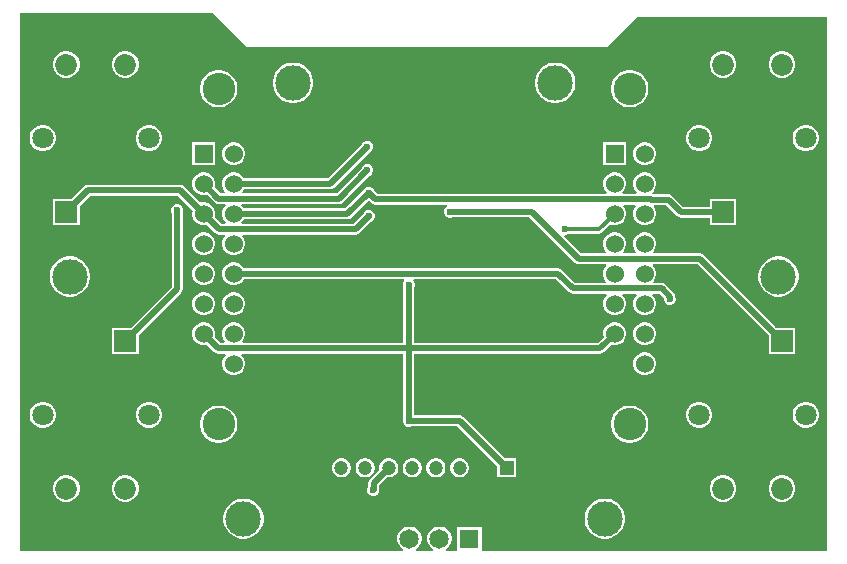
<source format=gbl>
G04*
G04 #@! TF.GenerationSoftware,Altium Limited,Altium Designer,22.3.1 (43)*
G04*
G04 Layer_Physical_Order=2*
G04 Layer_Color=16711680*
%FSLAX25Y25*%
%MOIN*%
G70*
G04*
G04 #@! TF.SameCoordinates,0A308F34-88F0-47DF-8954-E72232A12325*
G04*
G04*
G04 #@! TF.FilePolarity,Positive*
G04*
G01*
G75*
%ADD29R,0.07284X0.07284*%
%ADD30C,0.07284*%
%ADD31C,0.07087*%
%ADD45C,0.01968*%
%ADD46C,0.01181*%
%ADD47R,0.04724X0.04724*%
%ADD48C,0.04724*%
%ADD49R,0.06496X0.06496*%
%ADD50C,0.06496*%
%ADD51R,0.06024X0.06024*%
%ADD52C,0.06024*%
%ADD53C,0.11811*%
%ADD54C,0.10827*%
%ADD55C,0.02362*%
G36*
X78740Y170866D02*
X198819D01*
X209055Y181102D01*
X272047D01*
X272047Y181102D01*
Y3150D01*
X156961D01*
Y11135D01*
X148865D01*
Y3150D01*
X145190D01*
X145056Y3650D01*
X145399Y3847D01*
X146153Y4601D01*
X146686Y5524D01*
X146961Y6554D01*
Y7620D01*
X146686Y8649D01*
X146153Y9572D01*
X145399Y10326D01*
X144476Y10859D01*
X143446Y11135D01*
X142380D01*
X141351Y10859D01*
X140428Y10326D01*
X139674Y9572D01*
X139141Y8649D01*
X138865Y7620D01*
Y6554D01*
X139141Y5524D01*
X139674Y4601D01*
X140428Y3847D01*
X140770Y3650D01*
X140636Y3150D01*
X135190D01*
X135056Y3650D01*
X135399Y3847D01*
X136153Y4601D01*
X136686Y5524D01*
X136961Y6554D01*
Y7620D01*
X136686Y8649D01*
X136153Y9572D01*
X135399Y10326D01*
X134476Y10859D01*
X133446Y11135D01*
X132380D01*
X131351Y10859D01*
X130428Y10326D01*
X129674Y9572D01*
X129141Y8649D01*
X128865Y7620D01*
Y6554D01*
X129141Y5524D01*
X129674Y4601D01*
X130428Y3847D01*
X130770Y3650D01*
X130636Y3150D01*
X3150D01*
Y182283D01*
X67323D01*
X78740Y170866D01*
D02*
G37*
%LPC*%
G36*
X257671Y169599D02*
X256502D01*
X255372Y169297D01*
X254359Y168712D01*
X253532Y167885D01*
X252948Y166872D01*
X252645Y165742D01*
Y164573D01*
X252948Y163443D01*
X253532Y162430D01*
X254359Y161603D01*
X255372Y161018D01*
X256502Y160716D01*
X257671D01*
X258801Y161018D01*
X259814Y161603D01*
X260641Y162430D01*
X261226Y163443D01*
X261528Y164573D01*
Y165742D01*
X261226Y166872D01*
X260641Y167885D01*
X259814Y168712D01*
X258801Y169297D01*
X257671Y169599D01*
D02*
G37*
G36*
X237986D02*
X236817D01*
X235687Y169297D01*
X234674Y168712D01*
X233847Y167885D01*
X233262Y166872D01*
X232960Y165742D01*
Y164573D01*
X233262Y163443D01*
X233847Y162430D01*
X234674Y161603D01*
X235687Y161018D01*
X236817Y160716D01*
X237986D01*
X239116Y161018D01*
X240129Y161603D01*
X240956Y162430D01*
X241541Y163443D01*
X241843Y164573D01*
Y165742D01*
X241541Y166872D01*
X240956Y167885D01*
X240129Y168712D01*
X239116Y169297D01*
X237986Y169599D01*
D02*
G37*
G36*
X38774D02*
X37604D01*
X36474Y169297D01*
X35462Y168712D01*
X34635Y167885D01*
X34050Y166872D01*
X33747Y165742D01*
Y164573D01*
X34050Y163443D01*
X34635Y162430D01*
X35462Y161603D01*
X36474Y161018D01*
X37604Y160716D01*
X38774D01*
X39903Y161018D01*
X40916Y161603D01*
X41743Y162430D01*
X42328Y163443D01*
X42631Y164573D01*
Y165742D01*
X42328Y166872D01*
X41743Y167885D01*
X40916Y168712D01*
X39903Y169297D01*
X38774Y169599D01*
D02*
G37*
G36*
X19089D02*
X17919D01*
X16790Y169297D01*
X15777Y168712D01*
X14950Y167885D01*
X14365Y166872D01*
X14062Y165742D01*
Y164573D01*
X14365Y163443D01*
X14950Y162430D01*
X15777Y161603D01*
X16790Y161018D01*
X17919Y160716D01*
X19089D01*
X20218Y161018D01*
X21231Y161603D01*
X22058Y162430D01*
X22643Y163443D01*
X22946Y164573D01*
Y165742D01*
X22643Y166872D01*
X22058Y167885D01*
X21231Y168712D01*
X20218Y169297D01*
X19089Y169599D01*
D02*
G37*
G36*
X94755Y165761D02*
X93434D01*
X92139Y165503D01*
X90918Y164997D01*
X89820Y164264D01*
X88886Y163330D01*
X88152Y162231D01*
X87647Y161011D01*
X87389Y159716D01*
Y158395D01*
X87647Y157099D01*
X88152Y155879D01*
X88886Y154781D01*
X89820Y153847D01*
X90918Y153113D01*
X92139Y152607D01*
X93434Y152350D01*
X94755D01*
X96050Y152607D01*
X97271Y153113D01*
X98369Y153847D01*
X99303Y154781D01*
X100037Y155879D01*
X100542Y157099D01*
X100800Y158395D01*
Y159716D01*
X100542Y161011D01*
X100037Y162231D01*
X99303Y163330D01*
X98369Y164264D01*
X97271Y164997D01*
X96050Y165503D01*
X94755Y165761D01*
D02*
G37*
G36*
X182157Y165761D02*
X180836D01*
X179540Y165503D01*
X178320Y164997D01*
X177222Y164264D01*
X176288Y163330D01*
X175554Y162231D01*
X175048Y161011D01*
X174791Y159716D01*
Y158395D01*
X175048Y157099D01*
X175554Y155879D01*
X176288Y154781D01*
X177222Y153847D01*
X178320Y153113D01*
X179540Y152607D01*
X180836Y152350D01*
X182157D01*
X183452Y152607D01*
X184672Y153113D01*
X185771Y153847D01*
X186705Y154781D01*
X187438Y155879D01*
X187944Y157099D01*
X188202Y158395D01*
Y159716D01*
X187944Y161011D01*
X187438Y162231D01*
X186705Y163330D01*
X185771Y164264D01*
X184672Y164997D01*
X183452Y165503D01*
X182157Y165761D01*
D02*
G37*
G36*
X69903Y163300D02*
X68679D01*
X67479Y163061D01*
X66348Y162593D01*
X65330Y161913D01*
X64465Y161047D01*
X63785Y160030D01*
X63317Y158899D01*
X63078Y157699D01*
Y156475D01*
X63317Y155274D01*
X63785Y154143D01*
X64465Y153126D01*
X65330Y152260D01*
X66348Y151580D01*
X67479Y151112D01*
X68679Y150873D01*
X69903D01*
X71104Y151112D01*
X72234Y151580D01*
X73252Y152260D01*
X74118Y153126D01*
X74798Y154143D01*
X75266Y155274D01*
X75505Y156475D01*
Y157699D01*
X75266Y158899D01*
X74798Y160030D01*
X74118Y161047D01*
X73252Y161913D01*
X72234Y162593D01*
X71104Y163061D01*
X69903Y163300D01*
D02*
G37*
G36*
X206911Y163300D02*
X205687D01*
X204487Y163061D01*
X203356Y162593D01*
X202338Y161913D01*
X201473Y161047D01*
X200793Y160030D01*
X200325Y158899D01*
X200086Y157699D01*
Y156475D01*
X200325Y155274D01*
X200793Y154143D01*
X201473Y153126D01*
X202338Y152260D01*
X203356Y151580D01*
X204487Y151112D01*
X205687Y150873D01*
X206911D01*
X208112Y151112D01*
X209242Y151580D01*
X210260Y152260D01*
X211126Y153126D01*
X211806Y154143D01*
X212274Y155274D01*
X212513Y156475D01*
Y157699D01*
X212274Y158899D01*
X211806Y160030D01*
X211126Y161047D01*
X210260Y161913D01*
X209242Y162593D01*
X208112Y163061D01*
X206911Y163300D01*
D02*
G37*
G36*
X265532Y144895D02*
X264389D01*
X263284Y144598D01*
X262294Y144027D01*
X261485Y143218D01*
X260913Y142228D01*
X260617Y141123D01*
Y139979D01*
X260913Y138875D01*
X261485Y137884D01*
X262294Y137076D01*
X263284Y136504D01*
X264389Y136208D01*
X265532D01*
X266637Y136504D01*
X267628Y137076D01*
X268436Y137884D01*
X269008Y138875D01*
X269304Y139979D01*
Y141123D01*
X269008Y142228D01*
X268436Y143218D01*
X267628Y144027D01*
X266637Y144598D01*
X265532Y144895D01*
D02*
G37*
G36*
X230099D02*
X228956D01*
X227851Y144598D01*
X226861Y144027D01*
X226052Y143218D01*
X225480Y142228D01*
X225184Y141123D01*
Y139979D01*
X225480Y138875D01*
X226052Y137884D01*
X226861Y137076D01*
X227851Y136504D01*
X228956Y136208D01*
X230099D01*
X231204Y136504D01*
X232194Y137076D01*
X233003Y137884D01*
X233575Y138875D01*
X233871Y139979D01*
Y141123D01*
X233575Y142228D01*
X233003Y143218D01*
X232194Y144027D01*
X231204Y144598D01*
X230099Y144895D01*
D02*
G37*
G36*
X46635D02*
X45491D01*
X44387Y144598D01*
X43396Y144027D01*
X42588Y143218D01*
X42016Y142228D01*
X41720Y141123D01*
Y139979D01*
X42016Y138875D01*
X42588Y137884D01*
X43396Y137076D01*
X44387Y136504D01*
X45491Y136208D01*
X46635D01*
X47739Y136504D01*
X48730Y137076D01*
X49538Y137884D01*
X50110Y138875D01*
X50406Y139979D01*
Y141123D01*
X50110Y142228D01*
X49538Y143218D01*
X48730Y144027D01*
X47739Y144598D01*
X46635Y144895D01*
D02*
G37*
G36*
X11202D02*
X10058D01*
X8953Y144598D01*
X7963Y144027D01*
X7154Y143218D01*
X6583Y142228D01*
X6287Y141123D01*
Y139979D01*
X6583Y138875D01*
X7154Y137884D01*
X7963Y137076D01*
X8953Y136504D01*
X10058Y136208D01*
X11202D01*
X12306Y136504D01*
X13297Y137076D01*
X14105Y137884D01*
X14677Y138875D01*
X14973Y139979D01*
Y141123D01*
X14677Y142228D01*
X14105Y143218D01*
X13297Y144027D01*
X12306Y144598D01*
X11202Y144895D01*
D02*
G37*
G36*
X211801Y139206D02*
X210797D01*
X209828Y138946D01*
X208959Y138444D01*
X208249Y137734D01*
X207747Y136865D01*
X207487Y135896D01*
Y134892D01*
X207747Y133922D01*
X208249Y133053D01*
X208959Y132343D01*
X209828Y131842D01*
X210797Y131582D01*
X211801D01*
X212771Y131842D01*
X213640Y132343D01*
X214349Y133053D01*
X214851Y133922D01*
X215111Y134892D01*
Y135896D01*
X214851Y136865D01*
X214349Y137734D01*
X213640Y138444D01*
X212771Y138946D01*
X211801Y139206D01*
D02*
G37*
G36*
X205111D02*
X197487D01*
Y131582D01*
X205111D01*
Y139206D01*
D02*
G37*
G36*
X74793D02*
X73790D01*
X72820Y138946D01*
X71951Y138444D01*
X71241Y137734D01*
X70739Y136865D01*
X70480Y135896D01*
Y134892D01*
X70739Y133922D01*
X71241Y133053D01*
X71951Y132343D01*
X72820Y131842D01*
X73790Y131582D01*
X74793D01*
X75763Y131842D01*
X76632Y132343D01*
X77342Y133053D01*
X77843Y133922D01*
X78103Y134892D01*
Y135896D01*
X77843Y136865D01*
X77342Y137734D01*
X76632Y138444D01*
X75763Y138946D01*
X74793Y139206D01*
D02*
G37*
G36*
X68103D02*
X60479D01*
Y131582D01*
X68103D01*
Y139206D01*
D02*
G37*
G36*
X119292Y139776D02*
X118504D01*
X117775Y139475D01*
X117218Y138918D01*
X117056Y138527D01*
X105743Y127213D01*
X77643D01*
X77342Y127734D01*
X76632Y128444D01*
X75763Y128946D01*
X74793Y129206D01*
X73790D01*
X72820Y128946D01*
X71951Y128444D01*
X71241Y127734D01*
X70739Y126865D01*
X70480Y125896D01*
Y124892D01*
X70739Y123922D01*
X71241Y123053D01*
X71503Y122792D01*
X71296Y122292D01*
X69966D01*
X67947Y124310D01*
X68103Y124892D01*
Y125896D01*
X67843Y126865D01*
X67342Y127734D01*
X66632Y128444D01*
X65763Y128946D01*
X64793Y129206D01*
X63789D01*
X62820Y128946D01*
X61951Y128444D01*
X61241Y127734D01*
X60739Y126865D01*
X60479Y125896D01*
Y124892D01*
X60739Y123922D01*
X61241Y123053D01*
X61951Y122344D01*
X62820Y121842D01*
X63789Y121582D01*
X64793D01*
X65375Y121738D01*
X67926Y119186D01*
X67926Y119186D01*
X68516Y118792D01*
X69213Y118653D01*
X71453D01*
X71660Y118153D01*
X71241Y117734D01*
X70739Y116865D01*
X70480Y115895D01*
Y114892D01*
X70739Y113922D01*
X71241Y113053D01*
X71739Y112555D01*
X71532Y112055D01*
X70202D01*
X67947Y114310D01*
X68103Y114892D01*
Y115895D01*
X67843Y116865D01*
X67342Y117734D01*
X66632Y118444D01*
X65763Y118946D01*
X64793Y119205D01*
X63789D01*
X63208Y119050D01*
X57743Y124515D01*
X57153Y124909D01*
X56457Y125048D01*
X56457Y125048D01*
X25787D01*
X25091Y124909D01*
X24501Y124515D01*
X24501Y124515D01*
X20373Y120387D01*
X14062D01*
Y111503D01*
X22946D01*
Y117814D01*
X26541Y121409D01*
X55703D01*
X60635Y116477D01*
X60479Y115895D01*
Y114892D01*
X60739Y113922D01*
X61241Y113053D01*
X61951Y112344D01*
X62820Y111842D01*
X63789Y111582D01*
X64793D01*
X65375Y111738D01*
X68162Y108950D01*
X68162Y108950D01*
X68753Y108555D01*
X69449Y108417D01*
X69449Y108417D01*
X71271D01*
X71462Y107955D01*
X71241Y107734D01*
X70739Y106865D01*
X70480Y105895D01*
Y104892D01*
X70739Y103922D01*
X71241Y103053D01*
X71951Y102343D01*
X72820Y101842D01*
X73790Y101582D01*
X74793D01*
X75763Y101842D01*
X76632Y102343D01*
X77342Y103053D01*
X77843Y103922D01*
X78103Y104892D01*
Y105895D01*
X77843Y106865D01*
X77342Y107734D01*
X77121Y107955D01*
X77312Y108417D01*
X114961D01*
X114961Y108417D01*
X115657Y108555D01*
X116247Y108950D01*
X120023Y112725D01*
X120413Y112887D01*
X120971Y113445D01*
X121272Y114173D01*
Y114961D01*
X120971Y115689D01*
X120413Y116246D01*
X119685Y116548D01*
X118897D01*
X118169Y116246D01*
X117612Y115689D01*
X117450Y115298D01*
X114207Y112055D01*
X77051D01*
X76844Y112555D01*
X77342Y113053D01*
X77643Y113575D01*
X112244D01*
X112244Y113575D01*
X112940Y113713D01*
X113531Y114107D01*
X119291Y119868D01*
X120256Y118903D01*
X120846Y118509D01*
X121543Y118370D01*
X121543Y118371D01*
X145354D01*
X145454Y117871D01*
X145334Y117821D01*
X144777Y117264D01*
X144476Y116536D01*
Y115748D01*
X144777Y115020D01*
X145334Y114462D01*
X146063Y114161D01*
X146851D01*
X147242Y114322D01*
X172869D01*
X188084Y99107D01*
X188084Y99107D01*
X188674Y98713D01*
X189370Y98575D01*
X189370Y98575D01*
X198382D01*
X198589Y98075D01*
X198249Y97734D01*
X197747Y96865D01*
X197487Y95895D01*
Y94892D01*
X197747Y93922D01*
X198249Y93053D01*
X198470Y92832D01*
X198278Y92370D01*
X188155D01*
X183845Y96680D01*
X183255Y97074D01*
X182559Y97213D01*
X182559Y97213D01*
X77643D01*
X77342Y97734D01*
X76632Y98444D01*
X75763Y98946D01*
X74793Y99205D01*
X73790D01*
X72820Y98946D01*
X71951Y98444D01*
X71241Y97734D01*
X70739Y96865D01*
X70480Y95895D01*
Y94892D01*
X70739Y93922D01*
X71241Y93053D01*
X71951Y92343D01*
X72820Y91842D01*
X73790Y91582D01*
X74793D01*
X75763Y91842D01*
X76632Y92343D01*
X77342Y93053D01*
X77643Y93575D01*
X131011D01*
X131218Y93075D01*
X130998Y92854D01*
X130696Y92126D01*
Y91338D01*
X130858Y90947D01*
Y72429D01*
X77371D01*
X77180Y72891D01*
X77342Y73053D01*
X77843Y73922D01*
X78103Y74892D01*
Y75896D01*
X77843Y76865D01*
X77342Y77734D01*
X76632Y78444D01*
X75763Y78946D01*
X74793Y79206D01*
X73790D01*
X72820Y78946D01*
X71951Y78444D01*
X71241Y77734D01*
X70739Y76865D01*
X70480Y75896D01*
Y74892D01*
X70739Y73922D01*
X71241Y73053D01*
X71403Y72891D01*
X71212Y72429D01*
X69828D01*
X67947Y74310D01*
X68103Y74892D01*
Y75896D01*
X67843Y76865D01*
X67342Y77734D01*
X66632Y78444D01*
X65763Y78946D01*
X64793Y79206D01*
X63789D01*
X62820Y78946D01*
X61951Y78444D01*
X61241Y77734D01*
X60739Y76865D01*
X60479Y75896D01*
Y74892D01*
X60739Y73922D01*
X61241Y73053D01*
X61951Y72343D01*
X62820Y71842D01*
X63789Y71582D01*
X64793D01*
X65375Y71738D01*
X67788Y69324D01*
X67788Y69324D01*
X68379Y68929D01*
X69075Y68791D01*
X71591D01*
X71798Y68291D01*
X71241Y67734D01*
X70739Y66865D01*
X70480Y65895D01*
Y64892D01*
X70739Y63922D01*
X71241Y63053D01*
X71951Y62344D01*
X72820Y61842D01*
X73790Y61582D01*
X74793D01*
X75763Y61842D01*
X76632Y62344D01*
X77342Y63053D01*
X77843Y63922D01*
X78103Y64892D01*
Y65895D01*
X77843Y66865D01*
X77342Y67734D01*
X76785Y68291D01*
X76992Y68791D01*
X130858D01*
Y47242D01*
X130696Y46851D01*
Y46063D01*
X130998Y45335D01*
X131555Y44777D01*
X132283Y44476D01*
X133071D01*
X133462Y44638D01*
X148853D01*
X162192Y31298D01*
Y27547D01*
X168517D01*
Y33871D01*
X164765D01*
X150893Y47743D01*
X150303Y48137D01*
X149606Y48276D01*
X149606Y48276D01*
X134496D01*
Y68791D01*
X196516D01*
X196516Y68791D01*
X197212Y68929D01*
X197802Y69324D01*
X200216Y71738D01*
X200797Y71582D01*
X201801D01*
X202770Y71842D01*
X203640Y72343D01*
X204349Y73053D01*
X204851Y73922D01*
X205111Y74892D01*
Y75896D01*
X204851Y76865D01*
X204349Y77734D01*
X203640Y78444D01*
X202770Y78946D01*
X201801Y79206D01*
X200797D01*
X199828Y78946D01*
X198959Y78444D01*
X198249Y77734D01*
X197747Y76865D01*
X197487Y75896D01*
Y74892D01*
X197643Y74310D01*
X195762Y72429D01*
X134496D01*
Y90947D01*
X134658Y91338D01*
Y92126D01*
X134357Y92854D01*
X134137Y93075D01*
X134344Y93575D01*
X181806D01*
X186115Y89265D01*
X186115Y89265D01*
X186705Y88871D01*
X187402Y88732D01*
X187402Y88732D01*
X198540D01*
X198747Y88232D01*
X198249Y87734D01*
X197747Y86865D01*
X197487Y85896D01*
Y84892D01*
X197747Y83922D01*
X198249Y83053D01*
X198959Y82344D01*
X199828Y81842D01*
X200797Y81582D01*
X201801D01*
X202770Y81842D01*
X203640Y82344D01*
X204349Y83053D01*
X204851Y83922D01*
X205111Y84892D01*
Y85896D01*
X204851Y86865D01*
X204349Y87734D01*
X203852Y88232D01*
X204059Y88732D01*
X208540D01*
X208747Y88232D01*
X208249Y87734D01*
X207747Y86865D01*
X207487Y85896D01*
Y84892D01*
X207747Y83922D01*
X208249Y83053D01*
X208959Y82344D01*
X209828Y81842D01*
X210797Y81582D01*
X211801D01*
X212771Y81842D01*
X213640Y82344D01*
X214349Y83053D01*
X214851Y83922D01*
X215111Y84892D01*
Y85896D01*
X214851Y86865D01*
X214349Y87734D01*
X213852Y88232D01*
X214059Y88732D01*
X216176D01*
X217704Y87204D01*
Y86614D01*
X218005Y85886D01*
X218563Y85328D01*
X219291Y85027D01*
X220079D01*
X220807Y85328D01*
X221364Y85886D01*
X221666Y86614D01*
Y87402D01*
X221504Y87793D01*
Y87795D01*
X221504Y87795D01*
X221366Y88491D01*
X220971Y89082D01*
X220971Y89082D01*
X218215Y91838D01*
X217625Y92232D01*
X216929Y92370D01*
X216929Y92370D01*
X214320D01*
X214129Y92832D01*
X214349Y93053D01*
X214851Y93922D01*
X215111Y94892D01*
Y95895D01*
X214851Y96865D01*
X214349Y97734D01*
X214009Y98075D01*
X214216Y98575D01*
X228971D01*
X252645Y74901D01*
Y68590D01*
X261528D01*
Y77473D01*
X255218D01*
X231011Y101680D01*
X230421Y102074D01*
X229724Y102213D01*
X229724Y102213D01*
X214216D01*
X214009Y102713D01*
X214349Y103053D01*
X214851Y103922D01*
X215111Y104892D01*
Y105895D01*
X214851Y106865D01*
X214349Y107734D01*
X213640Y108444D01*
X212771Y108946D01*
X211801Y109205D01*
X210797D01*
X209828Y108946D01*
X208959Y108444D01*
X208249Y107734D01*
X207747Y106865D01*
X207487Y105895D01*
Y104892D01*
X207747Y103922D01*
X208249Y103053D01*
X208589Y102713D01*
X208382Y102213D01*
X204216D01*
X204009Y102713D01*
X204349Y103053D01*
X204851Y103922D01*
X205111Y104892D01*
Y105895D01*
X204851Y106865D01*
X204349Y107734D01*
X203640Y108444D01*
X202770Y108946D01*
X201801Y109205D01*
X200797D01*
X199828Y108946D01*
X198959Y108444D01*
X198249Y107734D01*
X197747Y106865D01*
X197487Y105895D01*
Y104892D01*
X197747Y103922D01*
X198249Y103053D01*
X198589Y102713D01*
X198382Y102213D01*
X190124D01*
X184581Y107755D01*
X184789Y108255D01*
X185040D01*
X185768Y108557D01*
X186030Y108818D01*
X196142D01*
X196684Y108926D01*
X197144Y109234D01*
X199780Y111869D01*
X199828Y111842D01*
X200797Y111582D01*
X201801D01*
X202770Y111842D01*
X203640Y112344D01*
X204349Y113053D01*
X204851Y113922D01*
X205111Y114892D01*
Y115895D01*
X204851Y116865D01*
X204349Y117734D01*
X204175Y117909D01*
X204366Y118371D01*
X208232D01*
X208423Y117909D01*
X208249Y117734D01*
X207747Y116865D01*
X207487Y115895D01*
Y114892D01*
X207747Y113922D01*
X208249Y113053D01*
X208959Y112344D01*
X209828Y111842D01*
X210797Y111582D01*
X211801D01*
X212771Y111842D01*
X213640Y112344D01*
X214349Y113053D01*
X214851Y113922D01*
X215111Y114892D01*
Y115895D01*
X214851Y116865D01*
X214349Y117734D01*
X214286Y117798D01*
X214477Y118260D01*
X218538D01*
X222139Y114658D01*
X222729Y114264D01*
X223425Y114126D01*
X223425Y114126D01*
X232960D01*
Y111503D01*
X241843D01*
Y120387D01*
X232960D01*
Y117764D01*
X224179D01*
X220578Y121365D01*
X219988Y121759D01*
X219291Y121898D01*
X219291Y121898D01*
X213844D01*
X213777Y122043D01*
X213727Y122431D01*
X214349Y123053D01*
X214851Y123922D01*
X215111Y124892D01*
Y125896D01*
X214851Y126865D01*
X214349Y127734D01*
X213640Y128444D01*
X212771Y128946D01*
X211801Y129206D01*
X210797D01*
X209828Y128946D01*
X208959Y128444D01*
X208249Y127734D01*
X207747Y126865D01*
X207487Y125896D01*
Y124892D01*
X207747Y123922D01*
X208249Y123053D01*
X208793Y122509D01*
X208586Y122009D01*
X204012D01*
X203805Y122509D01*
X204349Y123053D01*
X204851Y123922D01*
X205111Y124892D01*
Y125896D01*
X204851Y126865D01*
X204349Y127734D01*
X203640Y128444D01*
X202770Y128946D01*
X201801Y129206D01*
X200797D01*
X199828Y128946D01*
X198959Y128444D01*
X198249Y127734D01*
X197747Y126865D01*
X197487Y125896D01*
Y124892D01*
X197747Y123922D01*
X198249Y123053D01*
X198793Y122509D01*
X198586Y122009D01*
X122296D01*
X121133Y123172D01*
X120971Y123563D01*
X120413Y124120D01*
X119685Y124422D01*
X118897D01*
X118169Y124120D01*
X117612Y123563D01*
X117450Y123172D01*
X111491Y117213D01*
X77643D01*
X77342Y117734D01*
X76923Y118153D01*
X77130Y118653D01*
X109449D01*
X109449Y118653D01*
X110145Y118792D01*
X110735Y119186D01*
X119629Y128080D01*
X120020Y128242D01*
X120577Y128799D01*
X120879Y129527D01*
Y130315D01*
X120577Y131044D01*
X120020Y131601D01*
X119292Y131902D01*
X118504D01*
X117775Y131601D01*
X117218Y131044D01*
X117056Y130653D01*
X108695Y122292D01*
X77287D01*
X77080Y122792D01*
X77342Y123053D01*
X77643Y123574D01*
X106496D01*
X106496Y123574D01*
X107192Y123713D01*
X107782Y124107D01*
X119629Y135954D01*
X120020Y136116D01*
X120577Y136673D01*
X120879Y137401D01*
Y138189D01*
X120577Y138918D01*
X120020Y139475D01*
X119292Y139776D01*
D02*
G37*
G36*
X64793Y109205D02*
X63789D01*
X62820Y108946D01*
X61951Y108444D01*
X61241Y107734D01*
X60739Y106865D01*
X60479Y105895D01*
Y104892D01*
X60739Y103922D01*
X61241Y103053D01*
X61951Y102343D01*
X62820Y101842D01*
X63789Y101582D01*
X64793D01*
X65763Y101842D01*
X66632Y102343D01*
X67342Y103053D01*
X67843Y103922D01*
X68103Y104892D01*
Y105895D01*
X67843Y106865D01*
X67342Y107734D01*
X66632Y108444D01*
X65763Y108946D01*
X64793Y109205D01*
D02*
G37*
G36*
Y99205D02*
X63789D01*
X62820Y98946D01*
X61951Y98444D01*
X61241Y97734D01*
X60739Y96865D01*
X60479Y95895D01*
Y94892D01*
X60739Y93922D01*
X61241Y93053D01*
X61951Y92343D01*
X62820Y91842D01*
X63789Y91582D01*
X64793D01*
X65763Y91842D01*
X66632Y92343D01*
X67342Y93053D01*
X67843Y93922D01*
X68103Y94892D01*
Y95895D01*
X67843Y96865D01*
X67342Y97734D01*
X66632Y98444D01*
X65763Y98946D01*
X64793Y99205D01*
D02*
G37*
G36*
X256566Y101194D02*
X255245D01*
X253950Y100936D01*
X252729Y100431D01*
X251631Y99697D01*
X250697Y98763D01*
X249963Y97664D01*
X249458Y96444D01*
X249200Y95149D01*
Y93828D01*
X249458Y92532D01*
X249963Y91312D01*
X250697Y90214D01*
X251631Y89280D01*
X252729Y88546D01*
X253950Y88040D01*
X255245Y87783D01*
X256566D01*
X257861Y88040D01*
X259082Y88546D01*
X260180Y89280D01*
X261114Y90214D01*
X261848Y91312D01*
X262353Y92532D01*
X262611Y93828D01*
Y95149D01*
X262353Y96444D01*
X261848Y97664D01*
X261114Y98763D01*
X260180Y99697D01*
X259082Y100431D01*
X257861Y100936D01*
X256566Y101194D01*
D02*
G37*
G36*
X20346D02*
X19025D01*
X17729Y100936D01*
X16509Y100431D01*
X15410Y99697D01*
X14477Y98763D01*
X13743Y97664D01*
X13237Y96444D01*
X12979Y95149D01*
Y93828D01*
X13237Y92532D01*
X13743Y91312D01*
X14477Y90214D01*
X15410Y89280D01*
X16509Y88546D01*
X17729Y88040D01*
X19025Y87783D01*
X20346D01*
X21641Y88040D01*
X22861Y88546D01*
X23960Y89280D01*
X24893Y90214D01*
X25627Y91312D01*
X26133Y92532D01*
X26391Y93828D01*
Y95149D01*
X26133Y96444D01*
X25627Y97664D01*
X24893Y98763D01*
X23960Y99697D01*
X22861Y100431D01*
X21641Y100936D01*
X20346Y101194D01*
D02*
G37*
G36*
X74793Y89205D02*
X73790D01*
X72820Y88946D01*
X71951Y88444D01*
X71241Y87734D01*
X70739Y86865D01*
X70480Y85896D01*
Y84892D01*
X70739Y83922D01*
X71241Y83053D01*
X71951Y82344D01*
X72820Y81842D01*
X73790Y81582D01*
X74793D01*
X75763Y81842D01*
X76632Y82344D01*
X77342Y83053D01*
X77843Y83922D01*
X78103Y84892D01*
Y85896D01*
X77843Y86865D01*
X77342Y87734D01*
X76632Y88444D01*
X75763Y88946D01*
X74793Y89205D01*
D02*
G37*
G36*
X64793D02*
X63789D01*
X62820Y88946D01*
X61951Y88444D01*
X61241Y87734D01*
X60739Y86865D01*
X60479Y85896D01*
Y84892D01*
X60739Y83922D01*
X61241Y83053D01*
X61951Y82344D01*
X62820Y81842D01*
X63789Y81582D01*
X64793D01*
X65763Y81842D01*
X66632Y82344D01*
X67342Y83053D01*
X67843Y83922D01*
X68103Y84892D01*
Y85896D01*
X67843Y86865D01*
X67342Y87734D01*
X66632Y88444D01*
X65763Y88946D01*
X64793Y89205D01*
D02*
G37*
G36*
X211801Y79206D02*
X210797D01*
X209828Y78946D01*
X208959Y78444D01*
X208249Y77734D01*
X207747Y76865D01*
X207487Y75896D01*
Y74892D01*
X207747Y73922D01*
X208249Y73053D01*
X208959Y72343D01*
X209828Y71842D01*
X210797Y71582D01*
X211801D01*
X212771Y71842D01*
X213640Y72343D01*
X214349Y73053D01*
X214851Y73922D01*
X215111Y74892D01*
Y75896D01*
X214851Y76865D01*
X214349Y77734D01*
X213640Y78444D01*
X212771Y78946D01*
X211801Y79206D01*
D02*
G37*
G36*
X55906Y118517D02*
X55118D01*
X54390Y118215D01*
X53832Y117658D01*
X53531Y116929D01*
Y116141D01*
X53693Y115751D01*
Y91108D01*
X40058Y77473D01*
X33747D01*
Y68590D01*
X42631D01*
Y74901D01*
X56798Y89068D01*
X56798Y89068D01*
X57192Y89658D01*
X57331Y90354D01*
X57331Y90354D01*
Y115751D01*
X57493Y116141D01*
Y116929D01*
X57191Y117658D01*
X56634Y118215D01*
X55906Y118517D01*
D02*
G37*
G36*
X211801Y69205D02*
X210797D01*
X209828Y68946D01*
X208959Y68444D01*
X208249Y67734D01*
X207747Y66865D01*
X207487Y65895D01*
Y64892D01*
X207747Y63922D01*
X208249Y63053D01*
X208959Y62344D01*
X209828Y61842D01*
X210797Y61582D01*
X211801D01*
X212771Y61842D01*
X213640Y62344D01*
X214349Y63053D01*
X214851Y63922D01*
X215111Y64892D01*
Y65895D01*
X214851Y66865D01*
X214349Y67734D01*
X213640Y68444D01*
X212771Y68946D01*
X211801Y69205D01*
D02*
G37*
G36*
X265532Y52768D02*
X264389D01*
X263284Y52473D01*
X262294Y51901D01*
X261485Y51092D01*
X260913Y50102D01*
X260617Y48997D01*
Y47853D01*
X260913Y46749D01*
X261485Y45758D01*
X262294Y44950D01*
X263284Y44378D01*
X264389Y44082D01*
X265532D01*
X266637Y44378D01*
X267628Y44950D01*
X268436Y45758D01*
X269008Y46749D01*
X269304Y47853D01*
Y48997D01*
X269008Y50102D01*
X268436Y51092D01*
X267628Y51901D01*
X266637Y52473D01*
X265532Y52768D01*
D02*
G37*
G36*
X230099D02*
X228956D01*
X227851Y52473D01*
X226861Y51901D01*
X226052Y51092D01*
X225480Y50102D01*
X225184Y48997D01*
Y47853D01*
X225480Y46749D01*
X226052Y45758D01*
X226861Y44950D01*
X227851Y44378D01*
X228956Y44082D01*
X230099D01*
X231204Y44378D01*
X232194Y44950D01*
X233003Y45758D01*
X233575Y46749D01*
X233871Y47853D01*
Y48997D01*
X233575Y50102D01*
X233003Y51092D01*
X232194Y51901D01*
X231204Y52473D01*
X230099Y52768D01*
D02*
G37*
G36*
X46635D02*
X45491D01*
X44387Y52473D01*
X43396Y51901D01*
X42588Y51092D01*
X42016Y50102D01*
X41720Y48997D01*
Y47853D01*
X42016Y46749D01*
X42588Y45758D01*
X43396Y44950D01*
X44387Y44378D01*
X45491Y44082D01*
X46635D01*
X47739Y44378D01*
X48730Y44950D01*
X49538Y45758D01*
X50110Y46749D01*
X50406Y47853D01*
Y48997D01*
X50110Y50102D01*
X49538Y51092D01*
X48730Y51901D01*
X47739Y52473D01*
X46635Y52768D01*
D02*
G37*
G36*
X11202D02*
X10058D01*
X8953Y52473D01*
X7963Y51901D01*
X7154Y51092D01*
X6583Y50102D01*
X6287Y48997D01*
Y47853D01*
X6583Y46749D01*
X7154Y45758D01*
X7963Y44950D01*
X8953Y44378D01*
X10058Y44082D01*
X11202D01*
X12306Y44378D01*
X13297Y44950D01*
X14105Y45758D01*
X14677Y46749D01*
X14973Y47853D01*
Y48997D01*
X14677Y50102D01*
X14105Y51092D01*
X13297Y51901D01*
X12306Y52473D01*
X11202Y52768D01*
D02*
G37*
G36*
X206911Y51489D02*
X205687D01*
X204487Y51250D01*
X203356Y50782D01*
X202338Y50102D01*
X201473Y49237D01*
X200793Y48219D01*
X200325Y47088D01*
X200086Y45888D01*
Y44664D01*
X200325Y43463D01*
X200793Y42332D01*
X201473Y41315D01*
X202338Y40449D01*
X203356Y39769D01*
X204487Y39301D01*
X205687Y39062D01*
X206911D01*
X208112Y39301D01*
X209242Y39769D01*
X210260Y40449D01*
X211126Y41315D01*
X211806Y42332D01*
X212274Y43463D01*
X212513Y44664D01*
Y45888D01*
X212274Y47088D01*
X211806Y48219D01*
X211126Y49237D01*
X210260Y50102D01*
X209242Y50782D01*
X208112Y51250D01*
X206911Y51489D01*
D02*
G37*
G36*
X69903D02*
X68679D01*
X67479Y51250D01*
X66348Y50782D01*
X65330Y50102D01*
X64465Y49237D01*
X63785Y48219D01*
X63317Y47088D01*
X63078Y45888D01*
Y44664D01*
X63317Y43463D01*
X63785Y42332D01*
X64465Y41315D01*
X65330Y40449D01*
X66348Y39769D01*
X67479Y39301D01*
X68679Y39062D01*
X69903D01*
X71104Y39301D01*
X72234Y39769D01*
X73252Y40449D01*
X74118Y41315D01*
X74798Y42332D01*
X75266Y43463D01*
X75505Y44664D01*
Y45888D01*
X75266Y47088D01*
X74798Y48219D01*
X74118Y49237D01*
X73252Y50102D01*
X72234Y50782D01*
X71104Y51250D01*
X69903Y51489D01*
D02*
G37*
G36*
X150023Y33871D02*
X149190D01*
X148386Y33655D01*
X147665Y33239D01*
X147076Y32650D01*
X146660Y31929D01*
X146444Y31125D01*
Y30292D01*
X146660Y29488D01*
X147076Y28767D01*
X147665Y28178D01*
X148386Y27762D01*
X149190Y27547D01*
X150023D01*
X150827Y27762D01*
X151548Y28178D01*
X152137Y28767D01*
X152553Y29488D01*
X152769Y30292D01*
Y31125D01*
X152553Y31929D01*
X152137Y32650D01*
X151548Y33239D01*
X150827Y33655D01*
X150023Y33871D01*
D02*
G37*
G36*
X142149D02*
X141316D01*
X140512Y33655D01*
X139791Y33239D01*
X139202Y32650D01*
X138786Y31929D01*
X138570Y31125D01*
Y30292D01*
X138786Y29488D01*
X139202Y28767D01*
X139791Y28178D01*
X140512Y27762D01*
X141316Y27547D01*
X142149D01*
X142953Y27762D01*
X143674Y28178D01*
X144263Y28767D01*
X144679Y29488D01*
X144895Y30292D01*
Y31125D01*
X144679Y31929D01*
X144263Y32650D01*
X143674Y33239D01*
X142953Y33655D01*
X142149Y33871D01*
D02*
G37*
G36*
X134275D02*
X133442D01*
X132638Y33655D01*
X131917Y33239D01*
X131328Y32650D01*
X130912Y31929D01*
X130696Y31125D01*
Y30292D01*
X130912Y29488D01*
X131328Y28767D01*
X131917Y28178D01*
X132638Y27762D01*
X133442Y27547D01*
X134275D01*
X135079Y27762D01*
X135800Y28178D01*
X136389Y28767D01*
X136805Y29488D01*
X137021Y30292D01*
Y31125D01*
X136805Y31929D01*
X136389Y32650D01*
X135800Y33239D01*
X135079Y33655D01*
X134275Y33871D01*
D02*
G37*
G36*
X126401D02*
X125568D01*
X124764Y33655D01*
X124043Y33239D01*
X123454Y32650D01*
X123038Y31929D01*
X122822Y31125D01*
Y30292D01*
X122859Y30156D01*
X119655Y26952D01*
X119261Y26362D01*
X119122Y25666D01*
X119122Y25666D01*
Y24195D01*
X118885Y23622D01*
Y22834D01*
X119187Y22106D01*
X119744Y21549D01*
X120472Y21247D01*
X121260D01*
X121988Y21549D01*
X122546Y22106D01*
X122847Y22834D01*
Y23622D01*
X122761Y23831D01*
Y24912D01*
X125431Y27583D01*
X125568Y27547D01*
X126401D01*
X127205Y27762D01*
X127926Y28178D01*
X128515Y28767D01*
X128931Y29488D01*
X129147Y30292D01*
Y31125D01*
X128931Y31929D01*
X128515Y32650D01*
X127926Y33239D01*
X127205Y33655D01*
X126401Y33871D01*
D02*
G37*
G36*
X118526D02*
X117694D01*
X116890Y33655D01*
X116169Y33239D01*
X115580Y32650D01*
X115164Y31929D01*
X114948Y31125D01*
Y30292D01*
X115164Y29488D01*
X115580Y28767D01*
X116169Y28178D01*
X116890Y27762D01*
X117694Y27547D01*
X118526D01*
X119331Y27762D01*
X120052Y28178D01*
X120641Y28767D01*
X121057Y29488D01*
X121272Y30292D01*
Y31125D01*
X121057Y31929D01*
X120641Y32650D01*
X120052Y33239D01*
X119331Y33655D01*
X118526Y33871D01*
D02*
G37*
G36*
X110652D02*
X109820D01*
X109016Y33655D01*
X108295Y33239D01*
X107706Y32650D01*
X107290Y31929D01*
X107074Y31125D01*
Y30292D01*
X107290Y29488D01*
X107706Y28767D01*
X108295Y28178D01*
X109016Y27762D01*
X109820Y27547D01*
X110652D01*
X111457Y27762D01*
X112178Y28178D01*
X112767Y28767D01*
X113183Y29488D01*
X113398Y30292D01*
Y31125D01*
X113183Y31929D01*
X112767Y32650D01*
X112178Y33239D01*
X111457Y33655D01*
X110652Y33871D01*
D02*
G37*
G36*
X257671Y28261D02*
X256502D01*
X255372Y27958D01*
X254359Y27373D01*
X253532Y26546D01*
X252948Y25533D01*
X252645Y24404D01*
Y23234D01*
X252948Y22105D01*
X253532Y21092D01*
X254359Y20265D01*
X255372Y19680D01*
X256502Y19377D01*
X257671D01*
X258801Y19680D01*
X259814Y20265D01*
X260641Y21092D01*
X261226Y22105D01*
X261528Y23234D01*
Y24404D01*
X261226Y25533D01*
X260641Y26546D01*
X259814Y27373D01*
X258801Y27958D01*
X257671Y28261D01*
D02*
G37*
G36*
X237986D02*
X236817D01*
X235687Y27958D01*
X234674Y27373D01*
X233847Y26546D01*
X233262Y25533D01*
X232960Y24404D01*
Y23234D01*
X233262Y22105D01*
X233847Y21092D01*
X234674Y20265D01*
X235687Y19680D01*
X236817Y19377D01*
X237986D01*
X239116Y19680D01*
X240129Y20265D01*
X240956Y21092D01*
X241541Y22105D01*
X241843Y23234D01*
Y24404D01*
X241541Y25533D01*
X240956Y26546D01*
X240129Y27373D01*
X239116Y27958D01*
X237986Y28261D01*
D02*
G37*
G36*
X38774D02*
X37604D01*
X36474Y27958D01*
X35462Y27373D01*
X34635Y26546D01*
X34050Y25533D01*
X33747Y24404D01*
Y23234D01*
X34050Y22105D01*
X34635Y21092D01*
X35462Y20265D01*
X36474Y19680D01*
X37604Y19377D01*
X38774D01*
X39903Y19680D01*
X40916Y20265D01*
X41743Y21092D01*
X42328Y22105D01*
X42631Y23234D01*
Y24404D01*
X42328Y25533D01*
X41743Y26546D01*
X40916Y27373D01*
X39903Y27958D01*
X38774Y28261D01*
D02*
G37*
G36*
X19089D02*
X17919D01*
X16790Y27958D01*
X15777Y27373D01*
X14950Y26546D01*
X14365Y25533D01*
X14062Y24404D01*
Y23234D01*
X14365Y22105D01*
X14950Y21092D01*
X15777Y20265D01*
X16790Y19680D01*
X17919Y19377D01*
X19089D01*
X20218Y19680D01*
X21231Y20265D01*
X22058Y21092D01*
X22643Y22105D01*
X22946Y23234D01*
Y24404D01*
X22643Y25533D01*
X22058Y26546D01*
X21231Y27373D01*
X20218Y27958D01*
X19089Y28261D01*
D02*
G37*
G36*
X198692Y20485D02*
X197371D01*
X196076Y20227D01*
X194855Y19722D01*
X193757Y18988D01*
X192823Y18054D01*
X192089Y16956D01*
X191584Y15735D01*
X191326Y14440D01*
Y13119D01*
X191584Y11824D01*
X192089Y10603D01*
X192823Y9505D01*
X193757Y8571D01*
X194855Y7837D01*
X196076Y7332D01*
X197371Y7074D01*
X198692D01*
X199987Y7332D01*
X201208Y7837D01*
X202306Y8571D01*
X203240Y9505D01*
X203974Y10603D01*
X204479Y11824D01*
X204737Y13119D01*
Y14440D01*
X204479Y15735D01*
X203974Y16956D01*
X203240Y18054D01*
X202306Y18988D01*
X201208Y19722D01*
X199987Y20227D01*
X198692Y20485D01*
D02*
G37*
G36*
X78219D02*
X76899D01*
X75603Y20227D01*
X74383Y19722D01*
X73285Y18988D01*
X72351Y18054D01*
X71617Y16956D01*
X71111Y15735D01*
X70854Y14440D01*
Y13119D01*
X71111Y11824D01*
X71617Y10603D01*
X72351Y9505D01*
X73285Y8571D01*
X74383Y7837D01*
X75603Y7332D01*
X76899Y7074D01*
X78219D01*
X79515Y7332D01*
X80735Y7837D01*
X81834Y8571D01*
X82768Y9505D01*
X83501Y10603D01*
X84007Y11824D01*
X84265Y13119D01*
Y14440D01*
X84007Y15735D01*
X83501Y16956D01*
X82768Y18054D01*
X81834Y18988D01*
X80735Y19722D01*
X79515Y20227D01*
X78219Y20485D01*
D02*
G37*
%LPD*%
D29*
X257087Y73032D02*
D03*
X237402Y115945D02*
D03*
X38189Y73032D02*
D03*
X18504Y115945D02*
D03*
D30*
X257087Y23819D02*
D03*
X237402Y73032D02*
D03*
Y23819D02*
D03*
X257087Y165157D02*
D03*
Y115945D02*
D03*
X237402Y165157D02*
D03*
X18504Y23819D02*
D03*
Y73032D02*
D03*
X38189Y23819D02*
D03*
Y165157D02*
D03*
Y115945D02*
D03*
X18504Y165157D02*
D03*
D31*
X264961Y48425D02*
D03*
X229528D02*
D03*
X264961Y140551D02*
D03*
X229528D02*
D03*
X10630Y48425D02*
D03*
X46063D02*
D03*
Y140551D02*
D03*
X10630D02*
D03*
D45*
X64291Y75394D02*
X69075Y70610D01*
X132677D01*
Y91732D01*
Y46457D02*
Y70610D01*
X119291Y122441D02*
X121543Y120190D01*
X213286D01*
X213397Y120079D01*
X219291D01*
X69213Y120472D02*
X109449D01*
X64291Y125394D02*
X69213Y120472D01*
X109449D02*
X118898Y129921D01*
X69449Y110236D02*
X114961D01*
X119291Y114567D01*
X64291Y115394D02*
X69449Y110236D01*
X120866Y23228D02*
X120941Y23304D01*
Y25666D01*
X74291Y115394D02*
X112244D01*
X119291Y122441D01*
X74291Y125394D02*
X106496D01*
X118898Y137795D01*
X219685Y87008D02*
Y87795D01*
X216929Y90551D02*
X219685Y87795D01*
X187402Y90551D02*
X216929D01*
X182559Y95394D02*
X187402Y90551D01*
X74291Y95394D02*
X182559D01*
X38189Y73032D02*
X55512Y90354D01*
Y116535D01*
X149606Y46457D02*
X165354Y30709D01*
X132677Y46457D02*
X149606D01*
X132677Y70610D02*
X196516D01*
X201299Y75394D01*
X145839Y19067D02*
X157480Y30709D01*
X134894Y19067D02*
X145839D01*
X122913Y7087D02*
X134894Y19067D01*
X120941Y25666D02*
X125984Y30709D01*
X173622Y116142D02*
X189370Y100394D01*
X146457Y116142D02*
X173622D01*
X56457Y123228D02*
X64291Y115394D01*
X229724Y100394D02*
X257087Y73032D01*
X189370Y100394D02*
X229724D01*
X219291Y120079D02*
X223425Y115945D01*
X237402D01*
X25787Y123228D02*
X56457D01*
X18504Y115945D02*
X25787Y123228D01*
D46*
X184646Y110236D02*
X196142D01*
X201299Y115394D01*
D47*
X165354Y30709D02*
D03*
D48*
X157480D02*
D03*
X149606D02*
D03*
X141732D02*
D03*
X133858D02*
D03*
X125984D02*
D03*
X118110D02*
D03*
X110236D02*
D03*
D49*
X152913Y7087D02*
D03*
D50*
X142913D02*
D03*
X132913D02*
D03*
X122913D02*
D03*
D51*
X201299Y135394D02*
D03*
X64291D02*
D03*
D52*
X211299D02*
D03*
X201299Y125394D02*
D03*
X211299D02*
D03*
X201299Y115394D02*
D03*
X211299D02*
D03*
X201299Y105394D02*
D03*
X211299D02*
D03*
X201299Y95394D02*
D03*
X211299D02*
D03*
X201299Y85394D02*
D03*
X211299D02*
D03*
X201299Y75394D02*
D03*
X211299D02*
D03*
X201299Y65394D02*
D03*
X211299D02*
D03*
X74291Y135394D02*
D03*
X64291Y125394D02*
D03*
X74291D02*
D03*
X64291Y115394D02*
D03*
X74291D02*
D03*
X64291Y105394D02*
D03*
X74291D02*
D03*
X64291Y95394D02*
D03*
X74291D02*
D03*
X64291Y85394D02*
D03*
X74291D02*
D03*
X64291Y75394D02*
D03*
X74291D02*
D03*
X64291Y65394D02*
D03*
X74291D02*
D03*
D53*
X94095Y159055D02*
D03*
X198031Y13780D02*
D03*
X77559D02*
D03*
X181496Y159055D02*
D03*
X19685Y94488D02*
D03*
X255906D02*
D03*
D54*
X206299Y157087D02*
D03*
Y45276D02*
D03*
X69291D02*
D03*
Y157087D02*
D03*
D55*
X120866Y23228D02*
D03*
X119291Y114567D02*
D03*
Y122441D02*
D03*
X118898Y129921D02*
D03*
Y137795D02*
D03*
X219685Y87008D02*
D03*
X55512Y116535D02*
D03*
X107480Y104724D02*
D03*
X127953Y91732D02*
D03*
X126772Y45669D02*
D03*
X132677Y46457D02*
D03*
Y91732D02*
D03*
X146457Y116142D02*
D03*
X184646Y110236D02*
D03*
M02*

</source>
